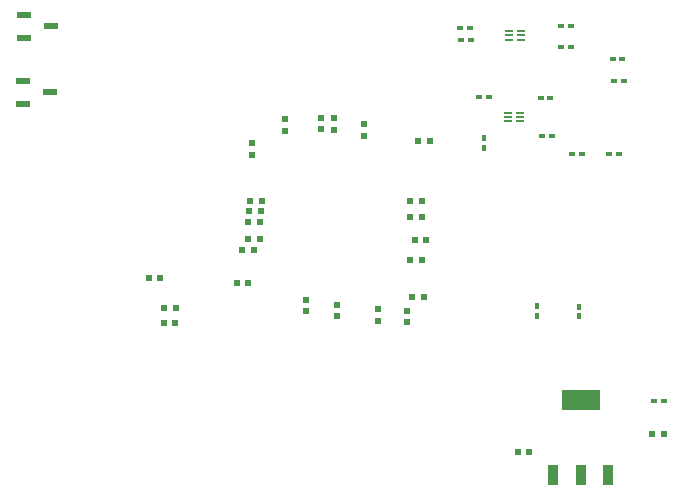
<source format=gbp>
%FSTAX23Y23*%
%MOIN*%
%SFA1B1*%

%IPPOS*%
%ADD16R,0.024610X0.015750*%
%ADD17R,0.015750X0.024610*%
%ADD19R,0.019680X0.023620*%
%ADD62R,0.045280X0.023620*%
%ADD63R,0.023620X0.019680*%
%ADD64R,0.031500X0.005910*%
%ADD65R,0.125980X0.068900*%
%ADD66R,0.037400X0.068900*%
%LNpcb1-1*%
%LPD*%
G54D16*
X02232Y0177D03*
X02265D03*
X02365Y00703D03*
X02398D03*
X02261Y01844D03*
X02229D03*
X01784Y01717D03*
X01817D03*
X02088Y01953D03*
X02055D03*
X02089Y01883D03*
X02057D03*
X01722Y01907D03*
X01755D03*
X0172Y01947D03*
X01753D03*
X02027Y01588D03*
X01994D03*
X02021Y01714D03*
X01988D03*
X02216Y01528D03*
X02249D03*
X02127D03*
X02094D03*
G54D17*
X01798Y01581D03*
Y01548D03*
X02117Y01019D03*
Y00986D03*
X01975Y0102D03*
Y00987D03*
G54D19*
X01311Y00986D03*
Y01025D03*
X01255Y0161D03*
Y01649D03*
X01446Y01011D03*
Y00972D03*
X01543Y01005D03*
Y00966D03*
X01207Y01042D03*
Y01003D03*
X01136Y01605D03*
Y01644D03*
X01298Y01608D03*
Y01647D03*
X01398Y01586D03*
Y01626D03*
X01025Y01564D03*
Y01525D03*
G54D62*
X00356Y01953D03*
X00267Y0199D03*
Y01915D03*
X00352Y01733D03*
X00263Y0177D03*
Y01695D03*
G54D63*
X01017Y01336D03*
X01056D03*
X01553Y01371D03*
X01592D03*
X01554Y01318D03*
X01593D03*
X00732Y01013D03*
X00772D03*
X00732Y00963D03*
X00771D03*
X01032Y01208D03*
X00993D03*
X01052Y01245D03*
X01013D03*
X01568Y01241D03*
X01607D03*
X01014Y01097D03*
X00975D03*
X01052Y01301D03*
X01013D03*
X01561Y0105D03*
X016D03*
X0158Y0157D03*
X01619D03*
X01553Y01175D03*
X01592D03*
X00682Y01113D03*
X00721D03*
X01058Y01371D03*
X01019D03*
X02361Y00593D03*
X02401D03*
X01951Y00533D03*
X01912D03*
G54D64*
X01881Y01664D03*
Y01651D03*
Y01637D03*
X01921D03*
Y01651D03*
Y01664D03*
X01923Y01909D03*
Y01923D03*
Y01936D03*
X01884D03*
Y01923D03*
Y01909D03*
G54D65*
X02122Y00707D03*
G54D66*
X02031Y00458D03*
X02122D03*
X02212D03*
M02*
</source>
